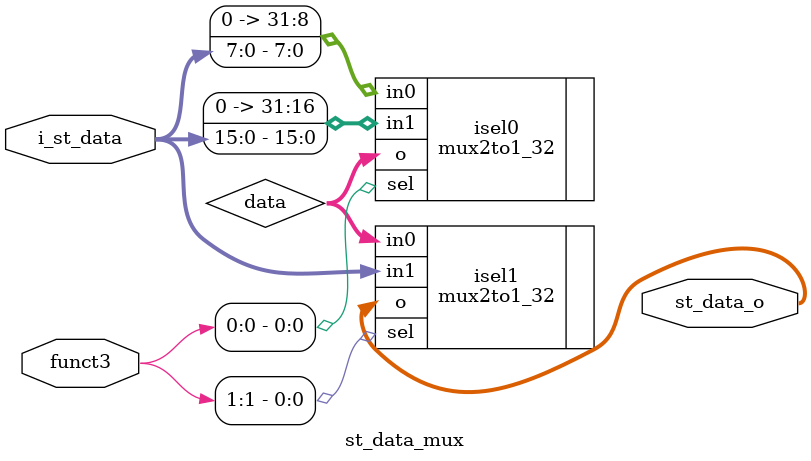
<source format=sv>



module st_data_mux(
input logic [31:0] i_st_data, 
input logic [1:0] funct3 ,
output logic [31:0] st_data_o);
 
 wire [31:0] data;

mux2to1_32 isel1( .in0(data), .in1(i_st_data), .sel(funct3[1]), .o(st_data_o));

mux2to1_32 isel0( .in0({24'b0,i_st_data[7:0] }), .in1({16'b0,i_st_data[15:0] }), .sel(funct3[0]), .o(data));

endmodule



</source>
